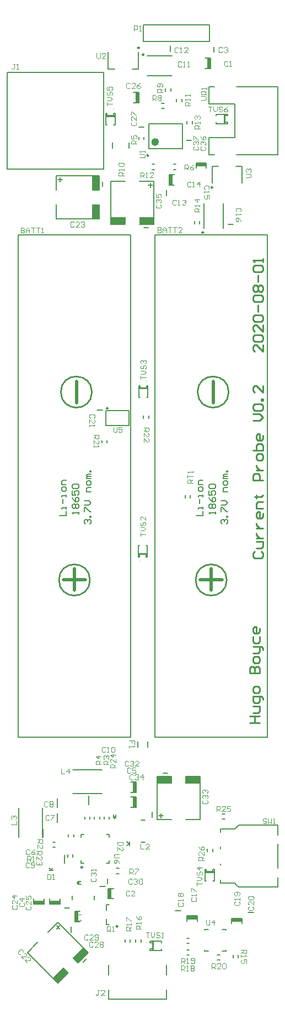
<source format=gto>
G04*
G04 #@! TF.GenerationSoftware,Altium Limited,Altium Designer,20.2.7 (254)*
G04*
G04 Layer_Color=65535*
%FSLAX44Y44*%
%MOMM*%
G71*
G04*
G04 #@! TF.SameCoordinates,09A48B07-2891-40CF-AB4D-50A5A77D63B2*
G04*
G04*
G04 #@! TF.FilePolarity,Positive*
G04*
G01*
G75*
%ADD10C,0.1000*%
%ADD11C,0.2500*%
%ADD12C,0.6000*%
%ADD13C,0.2540*%
%ADD14C,0.1270*%
%ADD15C,0.2000*%
%ADD16C,0.5000*%
%ADD17C,0.1016*%
%ADD18R,0.5500X1.6000*%
%ADD19R,2.3000X1.1000*%
G04:AMPARAMS|DCode=20|XSize=2.3mm|YSize=1.1mm|CornerRadius=0mm|HoleSize=0mm|Usage=FLASHONLY|Rotation=45.000|XOffset=0mm|YOffset=0mm|HoleType=Round|Shape=Rectangle|*
%AMROTATEDRECTD20*
4,1,4,-0.4243,-1.2021,-1.2021,-0.4243,0.4243,1.2021,1.2021,0.4243,-0.4243,-1.2021,0.0*
%
%ADD20ROTATEDRECTD20*%

%ADD21R,1.6000X0.5500*%
%ADD22R,1.1000X2.3000*%
%ADD23R,1.6000X0.5500*%
D10*
X318250Y207000D02*
G03*
X318250Y207000I-500J0D01*
G01*
X346845Y1345323D02*
G03*
X346845Y1345323I-500J0D01*
G01*
X165750Y1365323D02*
G03*
X165750Y1365323I-500J0D01*
G01*
X216500Y948000D02*
G03*
X216500Y948000I-500J0D01*
G01*
X205500Y673000D02*
G03*
X205500Y673000I-500J0D01*
G01*
X215470Y88510D02*
G03*
X215470Y88510I-500J0D01*
G01*
X301410Y108900D02*
G03*
X301410Y108900I-500J0D01*
G01*
D11*
X171500Y113500D02*
G03*
X171500Y113500I-1250J0D01*
G01*
X211750Y1449000D02*
G03*
X211750Y1449000I-1250J0D01*
G01*
X218700Y1294500D02*
G03*
X218700Y1294500I-1250J0D01*
G01*
X317500Y1245500D02*
G03*
X317500Y1245500I-1250J0D01*
G01*
X204750Y1459500D02*
G03*
X204750Y1459500I-1250J0D01*
G01*
X303250Y1176500D02*
G03*
X303250Y1176500I-1250J0D01*
G01*
X117500Y204000D02*
G03*
X117500Y204000I-1250J0D01*
G01*
D12*
X232000Y1315000D02*
G03*
X232000Y1315000I-3000J0D01*
G01*
D13*
X338854Y644000D02*
G03*
X338854Y644000I-23854J0D01*
G01*
X341854Y932000D02*
G03*
X341854Y932000I-23854J0D01*
G01*
X128854Y644000D02*
G03*
X128854Y644000I-23854J0D01*
G01*
X131854Y932000D02*
G03*
X131854Y932000I-23854J0D01*
G01*
X156531Y907050D02*
G03*
X156531Y907050I-1031J0D01*
G01*
X394460Y1004697D02*
Y994540D01*
X384303Y1004697D01*
X381764D01*
X379225Y1002158D01*
Y997079D01*
X381764Y994540D01*
Y1009775D02*
X379225Y1012314D01*
Y1017393D01*
X381764Y1019932D01*
X391921D01*
X394460Y1017393D01*
Y1012314D01*
X391921Y1009775D01*
X381764D01*
X394460Y1035167D02*
Y1025010D01*
X384303Y1035167D01*
X381764D01*
X379225Y1032628D01*
Y1027549D01*
X381764Y1025010D01*
Y1040245D02*
X379225Y1042784D01*
Y1047863D01*
X381764Y1050402D01*
X391921D01*
X394460Y1047863D01*
Y1042784D01*
X391921Y1040245D01*
X381764D01*
X386842Y1055480D02*
Y1065637D01*
X381764Y1070715D02*
X379225Y1073254D01*
Y1078333D01*
X381764Y1080872D01*
X391921D01*
X394460Y1078333D01*
Y1073254D01*
X391921Y1070715D01*
X381764D01*
Y1085950D02*
X379225Y1088490D01*
Y1093568D01*
X381764Y1096107D01*
X384303D01*
X386842Y1093568D01*
X389382Y1096107D01*
X391921D01*
X394460Y1093568D01*
Y1088490D01*
X391921Y1085950D01*
X389382D01*
X386842Y1088490D01*
X384303Y1085950D01*
X381764D01*
X386842Y1088490D02*
Y1093568D01*
Y1101186D02*
Y1111342D01*
X381764Y1116421D02*
X379225Y1118960D01*
Y1124038D01*
X381764Y1126577D01*
X391921D01*
X394460Y1124038D01*
Y1118960D01*
X391921Y1116421D01*
X381764D01*
X394460Y1131656D02*
Y1136734D01*
Y1134195D01*
X379225D01*
X381764Y1131656D01*
X381764Y687697D02*
X379225Y685157D01*
Y680079D01*
X381764Y677540D01*
X391921D01*
X394460Y680079D01*
Y685157D01*
X391921Y687697D01*
X384303Y692775D02*
X391921D01*
X394460Y695314D01*
Y702932D01*
X384303D01*
Y708010D02*
X394460D01*
X389382D01*
X386842Y710549D01*
X384303Y713089D01*
Y715628D01*
Y723245D02*
X394460D01*
X389382D01*
X386842Y725784D01*
X384303Y728324D01*
Y730863D01*
X394460Y746098D02*
Y741020D01*
X391921Y738480D01*
X386842D01*
X384303Y741020D01*
Y746098D01*
X386842Y748637D01*
X389382D01*
Y738480D01*
X394460Y753715D02*
X384303D01*
Y761333D01*
X386842Y763872D01*
X394460D01*
X381764Y771490D02*
X384303D01*
Y768950D01*
Y774029D01*
Y771490D01*
X391921D01*
X394460Y774029D01*
Y796881D02*
X379225D01*
Y804499D01*
X381764Y807038D01*
X386842D01*
X389382Y804499D01*
Y796881D01*
X384303Y812116D02*
X394460D01*
X389382D01*
X386842Y814656D01*
X384303Y817195D01*
Y819734D01*
X394460Y829891D02*
Y834969D01*
X391921Y837508D01*
X386842D01*
X384303Y834969D01*
Y829891D01*
X386842Y827352D01*
X391921D01*
X394460Y829891D01*
X379225Y842587D02*
X394460D01*
Y850204D01*
X391921Y852743D01*
X389382D01*
X386842D01*
X384303Y850204D01*
Y842587D01*
X394460Y865439D02*
Y860361D01*
X391921Y857822D01*
X386842D01*
X384303Y860361D01*
Y865439D01*
X386842Y867978D01*
X389382D01*
Y857822D01*
X379225Y888292D02*
X389382D01*
X394460Y893370D01*
X389382Y898448D01*
X379225D01*
X381764Y903527D02*
X379225Y906066D01*
Y911144D01*
X381764Y913684D01*
X391921D01*
X394460Y911144D01*
Y906066D01*
X391921Y903527D01*
X381764D01*
X394460Y918762D02*
X391921D01*
Y921301D01*
X394460D01*
Y918762D01*
Y941615D02*
Y931458D01*
X384303Y941615D01*
X381764D01*
X379225Y939075D01*
Y933997D01*
X381764Y931458D01*
X374147Y425540D02*
X389382D01*
X381764D01*
Y435697D01*
X374147D01*
X389382D01*
X379225Y440775D02*
X386842D01*
X389382Y443314D01*
Y450932D01*
X379225D01*
X394460Y461088D02*
Y463628D01*
X391921Y466167D01*
X379225D01*
Y458549D01*
X381764Y456010D01*
X386842D01*
X389382Y458549D01*
Y466167D01*
Y473784D02*
Y478863D01*
X386842Y481402D01*
X381764D01*
X379225Y478863D01*
Y473784D01*
X381764Y471245D01*
X386842D01*
X389382Y473784D01*
X374147Y501715D02*
X389382D01*
Y509333D01*
X386842Y511872D01*
X384303D01*
X381764Y509333D01*
Y501715D01*
Y509333D01*
X379225Y511872D01*
X376686D01*
X374147Y509333D01*
Y501715D01*
X389382Y519490D02*
Y524568D01*
X386842Y527107D01*
X381764D01*
X379225Y524568D01*
Y519490D01*
X381764Y516950D01*
X386842D01*
X389382Y519490D01*
X379225Y532186D02*
X386842D01*
X389382Y534725D01*
Y542342D01*
X391921D01*
X394460Y539803D01*
Y537264D01*
X389382Y542342D02*
X379225D01*
Y557577D02*
Y549960D01*
X381764Y547421D01*
X386842D01*
X389382Y549960D01*
Y557577D01*
Y570273D02*
Y565195D01*
X386842Y562656D01*
X381764D01*
X379225Y565195D01*
Y570273D01*
X381764Y572812D01*
X384303D01*
Y562656D01*
D14*
X1750Y1409700D02*
Y1421700D01*
X149750D01*
Y1273700D02*
Y1421700D01*
X1750Y1273700D02*
X149750D01*
X1750D02*
Y1409700D01*
X232000Y277000D02*
Y343000D01*
X254000D01*
X276000D02*
X298000D01*
Y277000D02*
Y343000D01*
X276000Y277000D02*
X298000D01*
X232000D02*
X254000D01*
X417000Y253390D02*
Y268390D01*
X329000Y257390D02*
Y262390D01*
X417000Y202390D02*
Y239390D01*
Y173390D02*
Y188390D01*
X329000Y179390D02*
Y184390D01*
X395000Y173390D02*
X417000D01*
X329000Y179390D02*
X351000D01*
X357000Y173390D02*
X395000D01*
X353000Y177390D02*
X357000Y173390D01*
X351000Y179390D02*
X353000Y177390D01*
X354000Y265390D02*
X357000Y268390D01*
X417000D01*
X351000Y262390D02*
X354000Y265390D01*
X329000Y262390D02*
X351000D01*
X329000Y232390D02*
Y235390D01*
Y207390D02*
Y209390D01*
X79750Y119919D02*
X126419Y73250D01*
X110863Y57694D02*
X126419Y73250D01*
X79750Y26581D02*
X95306Y42137D01*
X33081Y73250D02*
X79750Y26581D01*
X33081Y73250D02*
X48637Y88806D01*
X64194Y104363D02*
X79750Y119919D01*
X19300Y250000D02*
Y295000D01*
X55700Y250000D02*
Y295000D01*
X102500Y316800D02*
X147500D01*
X102500Y353200D02*
X147500D01*
X417220Y1295171D02*
Y1398500D01*
X405220Y1399500D02*
X416220D01*
X417220Y1398500D01*
X354220Y1399500D02*
X405220D01*
X311220Y1373500D02*
Y1399500D01*
X320220D01*
X354220Y1295171D02*
X417220D01*
X311220D02*
Y1321500D01*
Y1295171D02*
X320220D01*
X311220Y1373500D02*
X351220D01*
Y1321500D02*
Y1373500D01*
X311220Y1321500D02*
X351220D01*
X77000Y1262956D02*
X143000D01*
Y1240956D02*
Y1262956D01*
Y1196956D02*
Y1218956D01*
X77000Y1196956D02*
X143000D01*
X77000D02*
Y1218956D01*
Y1240956D02*
Y1262956D01*
X227250Y1189074D02*
Y1255074D01*
X205250Y1189074D02*
X227250D01*
X161250D02*
X183250D01*
X161250D02*
Y1255074D01*
X183250D01*
X205250D02*
X227250D01*
X229000Y403000D02*
X401000D01*
Y1173000D01*
X229000D02*
X401000D01*
X229000Y403000D02*
Y1173000D01*
X19000Y403000D02*
X191000D01*
Y1173000D01*
X19000D02*
X191000D01*
X19000Y403000D02*
Y1173000D01*
X188750Y880500D02*
Y903750D01*
X153000D02*
X188750D01*
X153000Y880500D02*
Y903750D01*
Y880500D02*
X188750D01*
X207750Y242500D02*
X213750D01*
X207750Y276500D02*
X213750D01*
X135750Y154500D02*
Y160500D01*
X101750Y154500D02*
Y160500D01*
X157250Y1730D02*
Y16030D01*
Y39430D02*
Y54030D01*
X246650Y1730D02*
Y16030D01*
Y39430D02*
Y54030D01*
X157250Y1730D02*
X246650D01*
X168750Y284500D02*
Y280501D01*
X166751Y278502D01*
X164751Y280501D01*
Y284500D01*
Y281501D01*
X168750D01*
X189500Y236851D02*
Y242849D01*
Y240849D01*
X185501Y236851D01*
X188500Y239850D01*
X185501Y242849D01*
X248000Y347922D02*
X241229D01*
X241000Y282922D02*
X234229D01*
X237614Y279536D02*
Y286307D01*
X118586Y58456D02*
X123373Y63244D01*
X77573Y109368D02*
X82361Y114156D01*
X77573Y114156D02*
X82361Y109368D01*
X147922Y1246956D02*
Y1253727D01*
X82922Y1253956D02*
Y1260727D01*
X79536Y1257341D02*
X86307D01*
X211250Y1184152D02*
X218021D01*
X218250Y1249152D02*
X225021D01*
X221636Y1252538D02*
Y1245766D01*
X291843Y743000D02*
X302000D01*
Y749771D01*
Y753157D02*
Y756542D01*
Y754849D01*
X295229D01*
Y753157D01*
X296922Y761621D02*
Y768392D01*
X302000Y771777D02*
Y775163D01*
Y773470D01*
X295229D01*
Y771777D01*
X302000Y781934D02*
Y785320D01*
X300307Y787012D01*
X296922D01*
X295229Y785320D01*
Y781934D01*
X296922Y780241D01*
X300307D01*
X302000Y781934D01*
Y790398D02*
X295229D01*
Y795476D01*
X296922Y797169D01*
X302000D01*
X322000Y745000D02*
Y748386D01*
Y746693D01*
X311843D01*
X313536Y745000D01*
Y753464D02*
X311843Y755157D01*
Y758542D01*
X313536Y760235D01*
X315229D01*
X316922Y758542D01*
X318614Y760235D01*
X320307D01*
X322000Y758542D01*
Y755157D01*
X320307Y753464D01*
X318614D01*
X316922Y755157D01*
X315229Y753464D01*
X313536D01*
X316922Y755157D02*
Y758542D01*
X311843Y770392D02*
X313536Y767006D01*
X316922Y763621D01*
X320307D01*
X322000Y765313D01*
Y768699D01*
X320307Y770392D01*
X318614D01*
X316922Y768699D01*
Y763621D01*
X311843Y780548D02*
Y773777D01*
X316922D01*
X315229Y777163D01*
Y778856D01*
X316922Y780548D01*
X320307D01*
X322000Y778856D01*
Y775470D01*
X320307Y773777D01*
X313536Y783934D02*
X311843Y785627D01*
Y789013D01*
X313536Y790705D01*
X320307D01*
X322000Y789013D01*
Y785627D01*
X320307Y783934D01*
X313536D01*
X331536Y730000D02*
X329843Y731693D01*
Y735078D01*
X331536Y736771D01*
X333229D01*
X334922Y735078D01*
Y733386D01*
Y735078D01*
X336614Y736771D01*
X338307D01*
X340000Y735078D01*
Y731693D01*
X338307Y730000D01*
X340000Y740157D02*
X338307D01*
Y741850D01*
X340000D01*
Y740157D01*
X329843Y748621D02*
Y755392D01*
X331536D01*
X338307Y748621D01*
X340000D01*
X329843Y758777D02*
X336614D01*
X340000Y762163D01*
X336614Y765548D01*
X329843D01*
X340000Y779091D02*
X333229D01*
Y784169D01*
X334922Y785862D01*
X340000D01*
Y790940D02*
Y794326D01*
X338307Y796019D01*
X334922D01*
X333229Y794326D01*
Y790940D01*
X334922Y789248D01*
X338307D01*
X340000Y790940D01*
Y799404D02*
X333229D01*
Y801097D01*
X334922Y802790D01*
X340000D01*
X334922D01*
X333229Y804483D01*
X334922Y806175D01*
X340000D01*
Y809561D02*
X338307D01*
Y811254D01*
X340000D01*
Y809561D01*
X81843Y743000D02*
X92000D01*
Y749771D01*
Y753157D02*
Y756542D01*
Y754849D01*
X85229D01*
Y753157D01*
X86922Y761621D02*
Y768392D01*
X92000Y771777D02*
Y775163D01*
Y773470D01*
X85229D01*
Y771777D01*
X92000Y781934D02*
Y785320D01*
X90307Y787012D01*
X86922D01*
X85229Y785320D01*
Y781934D01*
X86922Y780241D01*
X90307D01*
X92000Y781934D01*
Y790398D02*
X85229D01*
Y795476D01*
X86922Y797169D01*
X92000D01*
X112000Y745000D02*
Y748386D01*
Y746693D01*
X101843D01*
X103536Y745000D01*
Y753464D02*
X101843Y755157D01*
Y758542D01*
X103536Y760235D01*
X105229D01*
X106922Y758542D01*
X108614Y760235D01*
X110307D01*
X112000Y758542D01*
Y755157D01*
X110307Y753464D01*
X108614D01*
X106922Y755157D01*
X105229Y753464D01*
X103536D01*
X106922Y755157D02*
Y758542D01*
X101843Y770392D02*
X103536Y767006D01*
X106922Y763621D01*
X110307D01*
X112000Y765313D01*
Y768699D01*
X110307Y770392D01*
X108614D01*
X106922Y768699D01*
Y763621D01*
X101843Y780548D02*
Y773777D01*
X106922D01*
X105229Y777163D01*
Y778856D01*
X106922Y780548D01*
X110307D01*
X112000Y778856D01*
Y775470D01*
X110307Y773777D01*
X103536Y783934D02*
X101843Y785627D01*
Y789013D01*
X103536Y790705D01*
X110307D01*
X112000Y789013D01*
Y785627D01*
X110307Y783934D01*
X103536D01*
X121536Y730000D02*
X119843Y731693D01*
Y735078D01*
X121536Y736771D01*
X123229D01*
X124922Y735078D01*
Y733386D01*
Y735078D01*
X126615Y736771D01*
X128307D01*
X130000Y735078D01*
Y731693D01*
X128307Y730000D01*
X130000Y740157D02*
X128307D01*
Y741850D01*
X130000D01*
Y740157D01*
X119843Y748621D02*
Y755392D01*
X121536D01*
X128307Y748621D01*
X130000D01*
X119843Y758777D02*
X126615D01*
X130000Y762163D01*
X126615Y765548D01*
X119843D01*
X130000Y779091D02*
X123229D01*
Y784169D01*
X124922Y785862D01*
X130000D01*
Y790940D02*
Y794326D01*
X128307Y796019D01*
X124922D01*
X123229Y794326D01*
Y790940D01*
X124922Y789248D01*
X128307D01*
X130000Y790940D01*
Y799404D02*
X123229D01*
Y801097D01*
X124922Y802790D01*
X130000D01*
X124922D01*
X123229Y804483D01*
X124922Y806175D01*
X130000D01*
Y809561D02*
X128307D01*
Y811254D01*
X130000D01*
Y809561D01*
X115000Y177750D02*
X111001D01*
X109002Y179749D01*
X111001Y181749D01*
X115000D01*
X112001D01*
Y177750D01*
X66252Y198750D02*
X72250D01*
X70251D01*
X66252Y202749D01*
X69251Y199750D01*
X72250Y202749D01*
D15*
X143750Y277500D02*
Y281500D01*
X135750Y277500D02*
Y281500D01*
X150750Y277500D02*
Y281500D01*
X158750Y277500D02*
Y281500D01*
X191750Y318500D02*
X199750D01*
X191750Y334500D02*
X199750D01*
Y318500D02*
Y334500D01*
X224750Y280500D02*
Y288500D01*
X191750Y295500D02*
X199750D01*
X191750Y311500D02*
X199750D01*
Y295500D02*
Y311500D01*
X126750Y300000D02*
Y313000D01*
X128750Y277500D02*
Y281500D01*
X120750Y277500D02*
Y281500D01*
X332250Y285500D02*
X336250D01*
X332250Y277500D02*
X336250D01*
X309250Y228000D02*
Y232000D01*
X317250Y228000D02*
Y232000D01*
X319750Y183000D02*
Y201000D01*
X305750Y183000D02*
Y201000D01*
X317750D02*
X319750D01*
X317750Y183000D02*
X319750D01*
X305750Y201000D02*
X307750D01*
X305750Y183000D02*
X307750D01*
X305750Y197000D02*
X319750D01*
X307750D02*
Y201000D01*
X317750Y197000D02*
Y201000D01*
X305750Y196000D02*
X319750D01*
X169500Y194250D02*
X173500D01*
X169500Y202250D02*
X173500D01*
X144000Y174750D02*
X152000D01*
X155500Y178500D02*
Y186500D01*
X156750Y171500D02*
X164750D01*
X156750Y155500D02*
X164750D01*
X156750D02*
Y171500D01*
X153750Y116500D02*
X158750D01*
X153750D02*
Y124500D01*
Y146500D02*
X158750D01*
X153750Y138500D02*
Y146500D01*
X99750Y104500D02*
Y112500D01*
X105750Y136500D02*
X113750D01*
X105750Y120500D02*
X113750D01*
X105750D02*
Y136500D01*
X89750Y141500D02*
X97750D01*
X66750Y147500D02*
Y155500D01*
X82750Y147500D02*
Y155500D01*
X66750Y147500D02*
X82750D01*
X42750D02*
Y155500D01*
X58750Y147500D02*
Y155500D01*
X42750Y147500D02*
X58750D01*
X78750Y296000D02*
Y309000D01*
Y273000D02*
Y286000D01*
X102750Y219500D02*
Y223500D01*
X94750Y219500D02*
Y223500D01*
X71750Y242500D02*
X75750D01*
X71750Y234500D02*
X75750D01*
X335345Y1343324D02*
Y1357323D01*
X336345Y1345323D02*
X340345D01*
X336345Y1355323D02*
X340345D01*
X336345Y1343324D02*
Y1357323D01*
X322345Y1355323D02*
Y1357323D01*
X340345Y1355323D02*
Y1357323D01*
X322345Y1343324D02*
Y1345323D01*
X340345Y1343324D02*
Y1345323D01*
X322345Y1357323D02*
X340345D01*
X322345Y1343324D02*
X340345D01*
X319000Y1453000D02*
Y1461000D01*
X306000Y1428000D02*
X314000D01*
X306000Y1444000D02*
X314000D01*
Y1428000D02*
Y1444000D01*
X252000Y1454000D02*
Y1462000D01*
X217000Y1417000D02*
X255000D01*
X217000Y1447000D02*
X255000D01*
X253000Y1392730D02*
Y1396730D01*
X245000Y1392730D02*
Y1396730D01*
X239000Y1374500D02*
X243000D01*
X239000Y1366500D02*
X243000D01*
X286000Y1343000D02*
Y1347000D01*
X278000Y1343000D02*
Y1347000D01*
X307750Y1275000D02*
Y1283000D01*
X291750Y1275000D02*
Y1283000D01*
X307750D01*
X276500Y1317250D02*
X284500D01*
X271000Y1305000D02*
Y1343000D01*
X219000Y1305000D02*
Y1343000D01*
X271000D01*
X219000Y1305000D02*
X271000D01*
X204000Y1337500D02*
X212000D01*
X196000Y1375000D02*
X204000D01*
X196000Y1391000D02*
X204000D01*
Y1375000D02*
Y1391000D01*
X153250Y1354323D02*
X167250D01*
X165250Y1355323D02*
Y1359323D01*
X155250Y1355323D02*
Y1359323D01*
X153250Y1355323D02*
X167250D01*
X153250Y1341324D02*
X155250D01*
X153250Y1359323D02*
X155250D01*
X165250Y1341324D02*
X167250D01*
X165250Y1359323D02*
X167250D01*
X153250Y1341324D02*
Y1359323D01*
X167250Y1341324D02*
Y1359323D01*
X212000Y1319000D02*
Y1323000D01*
X204000Y1319000D02*
Y1323000D01*
X163750Y1306000D02*
Y1314000D01*
X188750Y1306000D02*
Y1314000D01*
X223950Y1281000D02*
X227950D01*
X223950Y1273000D02*
X227950D01*
X257000Y1273000D02*
X261000D01*
X257000Y1281000D02*
X261000D01*
X246350Y1233000D02*
Y1241000D01*
X353250Y1278000D02*
X362750D01*
Y1252000D02*
Y1278000D01*
X316750D02*
X326250D01*
X316750Y1252000D02*
Y1278000D01*
X157000Y1427000D02*
X166500D01*
X157000D02*
Y1453000D01*
X193500Y1427000D02*
X203000D01*
Y1453000D01*
X218000Y924000D02*
Y942000D01*
X204000Y924000D02*
Y942000D01*
X216000D02*
X218000D01*
X216000Y924000D02*
X218000D01*
X204000Y942000D02*
X206000D01*
X204000Y924000D02*
X206000D01*
X204000Y938000D02*
X218000D01*
X206000D02*
Y942000D01*
X216000Y938000D02*
Y942000D01*
X204000Y937000D02*
X218000D01*
X203000Y679000D02*
Y697000D01*
X217000Y679000D02*
Y697000D01*
X203000Y679000D02*
X205000D01*
X203000Y697000D02*
X205000D01*
X215000Y679000D02*
X217000D01*
X215000Y697000D02*
X217000D01*
X203000Y683000D02*
X217000D01*
X215000Y679000D02*
Y683000D01*
X205000Y679000D02*
Y683000D01*
X203000Y684000D02*
X217000D01*
X220970Y90510D02*
X238970D01*
X220970Y76510D02*
X238970D01*
X220970Y88510D02*
Y90510D01*
X238970Y88510D02*
Y90510D01*
X220970Y76510D02*
Y78510D01*
X238970Y76510D02*
Y78510D01*
X224970Y76510D02*
Y90510D01*
X220970Y78510D02*
X224970D01*
X220970Y88510D02*
X224970D01*
X225970Y76510D02*
Y90510D01*
X283000Y770000D02*
Y774000D01*
X275000Y770000D02*
Y774000D01*
X211000Y892000D02*
Y896000D01*
X219000Y892000D02*
Y896000D01*
X147000Y854000D02*
Y858000D01*
X155000Y854000D02*
Y858000D01*
X324490Y61730D02*
X328490D01*
X324490Y69730D02*
X328490D01*
X277500Y95130D02*
X281500D01*
X277500Y87130D02*
X281500D01*
X277500Y77350D02*
X281500D01*
X277500Y69350D02*
X281500D01*
X190790Y89130D02*
Y93130D01*
X182790Y89130D02*
Y93130D01*
X207300Y89130D02*
Y93130D01*
X199300Y89130D02*
Y93130D01*
X348500Y65500D02*
Y69500D01*
X356500Y65500D02*
Y69500D01*
X289250Y1190000D02*
Y1194000D01*
X297250Y1190000D02*
Y1194000D01*
X270000Y1377000D02*
Y1381000D01*
X262000Y1377000D02*
Y1381000D01*
X95750Y250500D02*
Y254500D01*
X103750Y250500D02*
Y254500D01*
X312100Y1469300D02*
Y1494700D01*
X210500Y1469300D02*
X312100D01*
X210500Y1494700D02*
X312100D01*
X210500Y1469300D02*
Y1494700D01*
X202000Y388000D02*
Y396000D01*
X218000Y388000D02*
Y396000D01*
X140000Y904000D02*
X148000D01*
X372020Y135070D02*
X380020D01*
X362430Y117610D02*
Y125610D01*
X346430Y117610D02*
Y125610D01*
X362430D01*
X260260Y137610D02*
X268260D01*
X293850Y121420D02*
Y129420D01*
X277850Y121420D02*
Y129420D01*
X293850D01*
X341250Y1188500D02*
X349250D01*
X334000Y1183000D02*
Y1221000D01*
X304000Y1183000D02*
Y1221000D01*
X250350Y1265000D02*
X258350D01*
X250350Y1249000D02*
X258350D01*
X250350D02*
Y1265000D01*
X89750Y210000D02*
Y223000D01*
X56750Y250000D02*
Y263000D01*
X158750Y210500D02*
Y214750D01*
X154500Y210500D02*
X158750D01*
Y250250D02*
Y254500D01*
X154500D02*
X158750D01*
X114750D02*
X119000D01*
X114750Y250250D02*
Y254500D01*
Y210500D02*
Y214750D01*
Y210500D02*
X119000D01*
X332310Y75900D02*
X337910D01*
X304910D02*
X310510D01*
X332310Y108900D02*
X337910D01*
X304910D02*
X310510D01*
X337910Y75900D02*
Y77150D01*
Y107650D02*
Y108900D01*
X304910Y75900D02*
Y77150D01*
Y107650D02*
Y108900D01*
D16*
X315008Y628000D02*
Y661323D01*
X298347Y644661D02*
X331669D01*
X318008Y915000D02*
Y948323D01*
X105008Y628000D02*
Y661323D01*
X88347Y644661D02*
X121669D01*
X108008Y915000D02*
Y948323D01*
D17*
X368253Y1260750D02*
X374917D01*
X376250Y1262083D01*
Y1264749D01*
X374917Y1266082D01*
X368253D01*
X369585Y1268747D02*
X368253Y1270080D01*
Y1272746D01*
X369585Y1274079D01*
X370918D01*
X372251Y1272746D01*
Y1271413D01*
Y1272746D01*
X373584Y1274079D01*
X374917D01*
X376250Y1272746D01*
Y1270080D01*
X374917Y1268747D01*
X139250Y1451247D02*
Y1444583D01*
X140583Y1443250D01*
X143249D01*
X144582Y1444583D01*
Y1451247D01*
X152579Y1443250D02*
X147247D01*
X152579Y1448582D01*
Y1449915D01*
X151246Y1451247D01*
X148580D01*
X147247Y1449915D01*
X160332Y107110D02*
Y112441D01*
X158999Y113774D01*
X156333D01*
X155000Y112441D01*
Y107110D01*
X156333Y105777D01*
X158999D01*
X157666Y108443D02*
X160332Y105777D01*
X158999D02*
X160332Y107110D01*
X162997Y105777D02*
X165663D01*
X164330D01*
Y113774D01*
X162997Y112441D01*
X300003Y1379750D02*
X305334D01*
X308000Y1382416D01*
X305334Y1385082D01*
X300003D01*
X308000Y1387747D02*
X300003D01*
Y1391746D01*
X301336Y1393079D01*
X304001D01*
X305334Y1391746D01*
Y1387747D01*
Y1390413D02*
X308000Y1393079D01*
Y1395745D02*
Y1398411D01*
Y1397078D01*
X300003D01*
X301336Y1395745D01*
X164750Y878247D02*
Y871583D01*
X166083Y870250D01*
X168749D01*
X170082Y871583D01*
Y878247D01*
X178079D02*
X172747D01*
Y874249D01*
X175413Y875582D01*
X176746D01*
X178079Y874249D01*
Y871583D01*
X176746Y870250D01*
X174080D01*
X172747Y871583D01*
X205003Y1291000D02*
X211667D01*
X213000Y1292333D01*
Y1294999D01*
X211667Y1296332D01*
X205003D01*
X213000Y1298997D02*
Y1301663D01*
Y1300330D01*
X205003D01*
X206336Y1298997D01*
X293003Y175750D02*
Y181082D01*
Y178416D01*
X301000D01*
X293003Y183747D02*
X298334D01*
X301000Y186413D01*
X298334Y189079D01*
X293003D01*
X294335Y197076D02*
X293003Y195744D01*
Y193078D01*
X294335Y191745D01*
X295668D01*
X297001Y193078D01*
Y195744D01*
X298334Y197076D01*
X299667D01*
X301000Y195744D01*
Y193078D01*
X299667Y191745D01*
X301000Y203741D02*
X293003D01*
X297001Y199742D01*
Y205074D01*
X206753Y951500D02*
Y956832D01*
Y954166D01*
X214750D01*
X206753Y959497D02*
X212084D01*
X214750Y962163D01*
X212084Y964829D01*
X206753D01*
X208085Y972827D02*
X206753Y971494D01*
Y968828D01*
X208085Y967495D01*
X209418D01*
X210751Y968828D01*
Y971494D01*
X212084Y972827D01*
X213417D01*
X214750Y971494D01*
Y968828D01*
X213417Y967495D01*
X208085Y975492D02*
X206753Y976825D01*
Y979491D01*
X208085Y980824D01*
X209418D01*
X210751Y979491D01*
Y978158D01*
Y979491D01*
X212084Y980824D01*
X213417D01*
X214750Y979491D01*
Y976825D01*
X213417Y975492D01*
X206253Y711500D02*
Y716832D01*
Y714166D01*
X214250D01*
X206253Y719497D02*
X211584D01*
X214250Y722163D01*
X211584Y724829D01*
X206253D01*
X207586Y732826D02*
X206253Y731494D01*
Y728828D01*
X207586Y727495D01*
X208918D01*
X210251Y728828D01*
Y731494D01*
X211584Y732826D01*
X212917D01*
X214250Y731494D01*
Y728828D01*
X212917Y727495D01*
X214250Y740824D02*
Y735492D01*
X208918Y740824D01*
X207586D01*
X206253Y739491D01*
Y736825D01*
X207586Y735492D01*
X214730Y104207D02*
X220062D01*
X217396D01*
Y96210D01*
X222727Y104207D02*
Y98876D01*
X225393Y96210D01*
X228059Y98876D01*
Y104207D01*
X236056Y102874D02*
X234724Y104207D01*
X232058D01*
X230725Y102874D01*
Y101542D01*
X232058Y100209D01*
X234724D01*
X236056Y98876D01*
Y97543D01*
X234724Y96210D01*
X232058D01*
X230725Y97543D01*
X238722Y96210D02*
X241388D01*
X240055D01*
Y104207D01*
X238722Y102874D01*
X399582Y277414D02*
X398249Y278747D01*
X395583D01*
X394250Y277414D01*
Y276082D01*
X395583Y274749D01*
X398249D01*
X399582Y273416D01*
Y272083D01*
X398249Y270750D01*
X395583D01*
X394250Y272083D01*
X402247Y278747D02*
Y270750D01*
X404913Y273416D01*
X407579Y270750D01*
Y278747D01*
X410245Y270750D02*
X412911D01*
X411578D01*
Y278747D01*
X410245Y277414D01*
X286620Y792320D02*
X278623D01*
Y796319D01*
X279956Y797652D01*
X282621D01*
X283954Y796319D01*
Y792320D01*
Y794986D02*
X286620Y797652D01*
X278623Y800317D02*
Y805649D01*
Y802983D01*
X286620D01*
Y808315D02*
Y810981D01*
Y809648D01*
X278623D01*
X279956Y808315D01*
X303750Y214250D02*
X295753D01*
Y218249D01*
X297085Y219582D01*
X299751D01*
X301084Y218249D01*
Y214250D01*
Y216916D02*
X303750Y219582D01*
Y227579D02*
Y222247D01*
X298418Y227579D01*
X297085D01*
X295753Y226246D01*
Y223580D01*
X297085Y222247D01*
X295753Y235576D02*
X297085Y232911D01*
X299751Y230245D01*
X302417D01*
X303750Y231578D01*
Y234244D01*
X302417Y235576D01*
X301084D01*
X299751Y234244D01*
Y230245D01*
X323250Y289500D02*
Y297497D01*
X327249D01*
X328582Y296164D01*
Y293499D01*
X327249Y292166D01*
X323250D01*
X325916D02*
X328582Y289500D01*
X336579D02*
X331247D01*
X336579Y294832D01*
Y296164D01*
X335246Y297497D01*
X332580D01*
X331247Y296164D01*
X344576Y297497D02*
X339245D01*
Y293499D01*
X341911Y294832D01*
X343244D01*
X344576Y293499D01*
Y290833D01*
X343244Y289500D01*
X340578D01*
X339245Y290833D01*
X168250Y356250D02*
X160253D01*
Y360249D01*
X161586Y361582D01*
X164251D01*
X165584Y360249D01*
Y356250D01*
Y358916D02*
X168250Y361582D01*
Y369579D02*
Y364247D01*
X162918Y369579D01*
X161586D01*
X160253Y368246D01*
Y365580D01*
X161586Y364247D01*
X168250Y376244D02*
X160253D01*
X164251Y372245D01*
Y377576D01*
X46750Y228500D02*
X54747D01*
Y224501D01*
X53415Y223168D01*
X50749D01*
X49416Y224501D01*
Y228500D01*
Y225834D02*
X46750Y223168D01*
Y215171D02*
Y220503D01*
X52082Y215171D01*
X53415D01*
X54747Y216504D01*
Y219170D01*
X53415Y220503D01*
Y212505D02*
X54747Y211172D01*
Y208506D01*
X53415Y207174D01*
X52082D01*
X50749Y208506D01*
Y209839D01*
Y208506D01*
X49416Y207174D01*
X48083D01*
X46750Y208506D01*
Y211172D01*
X48083Y212505D01*
X211250Y877000D02*
X219247D01*
Y873001D01*
X217915Y871668D01*
X215249D01*
X213916Y873001D01*
Y877000D01*
Y874334D02*
X211250Y871668D01*
Y863671D02*
Y869003D01*
X216582Y863671D01*
X217915D01*
X219247Y865004D01*
Y867670D01*
X217915Y869003D01*
X211250Y855674D02*
Y861005D01*
X216582Y855674D01*
X217915D01*
X219247Y857006D01*
Y859672D01*
X217915Y861005D01*
X134500Y866000D02*
X142497D01*
Y862001D01*
X141165Y860668D01*
X138499D01*
X137166Y862001D01*
Y866000D01*
Y863334D02*
X134500Y860668D01*
Y852671D02*
Y858003D01*
X139832Y852671D01*
X141165D01*
X142497Y854004D01*
Y856670D01*
X141165Y858003D01*
X134500Y850005D02*
Y847339D01*
Y848672D01*
X142497D01*
X141165Y850005D01*
X316099Y48500D02*
Y56497D01*
X320098D01*
X321430Y55164D01*
Y52499D01*
X320098Y51166D01*
X316099D01*
X318765D02*
X321430Y48500D01*
X329428D02*
X324096D01*
X329428Y53832D01*
Y55164D01*
X328095Y56497D01*
X325429D01*
X324096Y55164D01*
X332094D02*
X333427Y56497D01*
X336092D01*
X337425Y55164D01*
Y49833D01*
X336092Y48500D01*
X333427D01*
X332094Y49833D01*
Y55164D01*
X269260Y56750D02*
Y64747D01*
X273259D01*
X274592Y63415D01*
Y60749D01*
X273259Y59416D01*
X269260D01*
X271926D02*
X274592Y56750D01*
X277257D02*
X279923D01*
X278590D01*
Y64747D01*
X277257Y63415D01*
X283922Y58083D02*
X285255Y56750D01*
X287921D01*
X289254Y58083D01*
Y63415D01*
X287921Y64747D01*
X285255D01*
X283922Y63415D01*
Y62082D01*
X285255Y60749D01*
X289254D01*
X268850Y45250D02*
Y53247D01*
X272849D01*
X274182Y51915D01*
Y49249D01*
X272849Y47916D01*
X268850D01*
X271516D02*
X274182Y45250D01*
X276847D02*
X279513D01*
X278180D01*
Y53247D01*
X276847Y51915D01*
X283512D02*
X284845Y53247D01*
X287511D01*
X288843Y51915D01*
Y50582D01*
X287511Y49249D01*
X288843Y47916D01*
Y46583D01*
X287511Y45250D01*
X284845D01*
X283512Y46583D01*
Y47916D01*
X284845Y49249D01*
X283512Y50582D01*
Y51915D01*
X284845Y49249D02*
X287511D01*
X192250Y107000D02*
X184253D01*
Y110999D01*
X185585Y112332D01*
X188251D01*
X189584Y110999D01*
Y107000D01*
Y109666D02*
X192250Y112332D01*
Y114997D02*
Y117663D01*
Y116330D01*
X184253D01*
X185585Y114997D01*
X184253Y121662D02*
Y126994D01*
X185585D01*
X190917Y121662D01*
X192250D01*
X207750Y109000D02*
X199753D01*
Y112999D01*
X201085Y114332D01*
X203751D01*
X205084Y112999D01*
Y109000D01*
Y111666D02*
X207750Y114332D01*
Y116997D02*
Y119663D01*
Y118330D01*
X199753D01*
X201085Y116997D01*
X199753Y128994D02*
X201085Y126328D01*
X203751Y123662D01*
X206417D01*
X207750Y124995D01*
Y127661D01*
X206417Y128994D01*
X205084D01*
X203751Y127661D01*
Y123662D01*
X361000Y77250D02*
X368997D01*
Y73251D01*
X367664Y71918D01*
X364999D01*
X363666Y73251D01*
Y77250D01*
Y74584D02*
X361000Y71918D01*
Y69253D02*
Y66587D01*
Y67920D01*
X368997D01*
X367664Y69253D01*
X368997Y57256D02*
Y62588D01*
X364999D01*
X366332Y59922D01*
Y58589D01*
X364999Y57256D01*
X362333D01*
X361000Y58589D01*
Y61255D01*
X362333Y62588D01*
X297530Y1207920D02*
X289533D01*
Y1211918D01*
X290865Y1213251D01*
X293531D01*
X294864Y1211918D01*
Y1207920D01*
Y1210585D02*
X297530Y1213251D01*
Y1215917D02*
Y1218583D01*
Y1217250D01*
X289533D01*
X290865Y1215917D01*
X297530Y1226580D02*
X289533D01*
X293531Y1222581D01*
Y1227913D01*
X297750Y1335250D02*
X289753D01*
Y1339249D01*
X291085Y1340582D01*
X293751D01*
X295084Y1339249D01*
Y1335250D01*
Y1337916D02*
X297750Y1340582D01*
Y1343247D02*
Y1345913D01*
Y1344580D01*
X289753D01*
X291085Y1343247D01*
Y1349912D02*
X289753Y1351245D01*
Y1353911D01*
X291085Y1355244D01*
X292418D01*
X293751Y1353911D01*
Y1352578D01*
Y1353911D01*
X295084Y1355244D01*
X296417D01*
X297750Y1353911D01*
Y1351245D01*
X296417Y1349912D01*
X206250Y1260500D02*
Y1268497D01*
X210249D01*
X211582Y1267165D01*
Y1264499D01*
X210249Y1263166D01*
X206250D01*
X208916D02*
X211582Y1260500D01*
X214247D02*
X216913D01*
X215580D01*
Y1268497D01*
X214247Y1267165D01*
X226244Y1260500D02*
X220912D01*
X226244Y1265832D01*
Y1267165D01*
X224911Y1268497D01*
X222245D01*
X220912Y1267165D01*
X283000Y1370750D02*
X275003D01*
Y1374749D01*
X276336Y1376082D01*
X279001D01*
X280334Y1374749D01*
Y1370750D01*
Y1373416D02*
X283000Y1376082D01*
Y1378747D02*
Y1381413D01*
Y1380080D01*
X275003D01*
X276336Y1378747D01*
X283000Y1385412D02*
Y1388078D01*
Y1386745D01*
X275003D01*
X276336Y1385412D01*
X181000Y1263250D02*
X173003D01*
Y1267249D01*
X174335Y1268582D01*
X177001D01*
X178334Y1267249D01*
Y1263250D01*
Y1265916D02*
X181000Y1268582D01*
Y1271247D02*
Y1273913D01*
Y1272580D01*
X173003D01*
X174335Y1271247D01*
Y1277912D02*
X173003Y1279245D01*
Y1281911D01*
X174335Y1283244D01*
X179667D01*
X181000Y1281911D01*
Y1279245D01*
X179667Y1277912D01*
X174335D01*
X240250Y1391250D02*
X232253D01*
Y1395249D01*
X233585Y1396582D01*
X236251D01*
X237584Y1395249D01*
Y1391250D01*
Y1393916D02*
X240250Y1396582D01*
X238917Y1399247D02*
X240250Y1400580D01*
Y1403246D01*
X238917Y1404579D01*
X233585D01*
X232253Y1403246D01*
Y1400580D01*
X233585Y1399247D01*
X234918D01*
X236251Y1400580D01*
Y1404579D01*
X225000Y1378750D02*
Y1386747D01*
X228999D01*
X230332Y1385414D01*
Y1382749D01*
X228999Y1381416D01*
X225000D01*
X227666D02*
X230332Y1378750D01*
X232997Y1385414D02*
X234330Y1386747D01*
X236996D01*
X238329Y1385414D01*
Y1384082D01*
X236996Y1382749D01*
X238329Y1381416D01*
Y1380083D01*
X236996Y1378750D01*
X234330D01*
X232997Y1380083D01*
Y1381416D01*
X234330Y1382749D01*
X232997Y1384082D01*
Y1385414D01*
X234330Y1382749D02*
X236996D01*
X190000Y193250D02*
Y201247D01*
X193999D01*
X195332Y199914D01*
Y197249D01*
X193999Y195916D01*
X190000D01*
X192666D02*
X195332Y193250D01*
X197997Y201247D02*
X203329D01*
Y199914D01*
X197997Y194583D01*
Y193250D01*
X274500Y1272250D02*
Y1280247D01*
X278499D01*
X279832Y1278914D01*
Y1276249D01*
X278499Y1274916D01*
X274500D01*
X277166D02*
X279832Y1272250D01*
X287829Y1280247D02*
X285163Y1278914D01*
X282497Y1276249D01*
Y1273583D01*
X283830Y1272250D01*
X286496D01*
X287829Y1273583D01*
Y1274916D01*
X286496Y1276249D01*
X282497D01*
X200500Y1312250D02*
X192503D01*
Y1316249D01*
X193836Y1317582D01*
X196501D01*
X197834Y1316249D01*
Y1312250D01*
Y1314916D02*
X200500Y1317582D01*
X192503Y1325579D02*
Y1320247D01*
X196501D01*
X195168Y1322913D01*
Y1324246D01*
X196501Y1325579D01*
X199167D01*
X200500Y1324246D01*
Y1321580D01*
X199167Y1320247D01*
X146000Y361750D02*
X138003D01*
Y365749D01*
X139335Y367082D01*
X142001D01*
X143334Y365749D01*
Y361750D01*
Y364416D02*
X146000Y367082D01*
Y373746D02*
X138003D01*
X142001Y369747D01*
Y375079D01*
X157750Y361477D02*
X149753D01*
Y365476D01*
X151086Y366809D01*
X153751D01*
X155084Y365476D01*
Y361477D01*
Y364143D02*
X157750Y366809D01*
X151086Y369475D02*
X149753Y370808D01*
Y373474D01*
X151086Y374806D01*
X152418D01*
X153751Y373474D01*
Y372141D01*
Y373474D01*
X155084Y374806D01*
X156417D01*
X157750Y373474D01*
Y370808D01*
X156417Y369475D01*
X48250Y246250D02*
X56247D01*
Y242251D01*
X54914Y240918D01*
X52249D01*
X50916Y242251D01*
Y246250D01*
Y243584D02*
X48250Y240918D01*
Y232921D02*
Y238253D01*
X53582Y232921D01*
X54914D01*
X56247Y234254D01*
Y236920D01*
X54914Y238253D01*
X32500Y213000D02*
Y220997D01*
X36499D01*
X37832Y219664D01*
Y216999D01*
X36499Y215666D01*
X32500D01*
X35166D02*
X37832Y213000D01*
X40497D02*
X43163D01*
X41830D01*
Y220997D01*
X40497Y219664D01*
X196500Y1485250D02*
Y1493247D01*
X200499D01*
X201832Y1491915D01*
Y1489249D01*
X200499Y1487916D01*
X196500D01*
X204497Y1485250D02*
X207163D01*
X205830D01*
Y1493247D01*
X204497Y1491915D01*
X84500Y354997D02*
Y347000D01*
X89832D01*
X96496D02*
Y354997D01*
X92497Y350999D01*
X97829D01*
X7753Y269250D02*
X15750D01*
Y274582D01*
X9086Y277247D02*
X7753Y278580D01*
Y281246D01*
X9086Y282579D01*
X10418D01*
X11751Y281246D01*
Y279913D01*
Y281246D01*
X13084Y282579D01*
X14417D01*
X15750Y281246D01*
Y278580D01*
X14417Y277247D01*
X206500Y239747D02*
Y231750D01*
X211832D01*
X219829D02*
X214497D01*
X219829Y237082D01*
Y238414D01*
X218496Y239747D01*
X215830D01*
X214497Y238414D01*
X114747Y131500D02*
X106750D01*
Y126168D01*
Y123503D02*
Y120837D01*
Y122170D01*
X114747D01*
X113415Y123503D01*
X143141Y15747D02*
X140476D01*
X141809D01*
Y9083D01*
X140476Y7750D01*
X139143D01*
X137810Y9083D01*
X151139Y7750D02*
X145807D01*
X151139Y13082D01*
Y14414D01*
X149806Y15747D01*
X147140D01*
X145807Y14414D01*
X13832Y1434747D02*
X11166D01*
X12499D01*
Y1428083D01*
X11166Y1426750D01*
X9833D01*
X8500Y1428083D01*
X16497Y1426750D02*
X19163D01*
X17830D01*
Y1434747D01*
X16497Y1433414D01*
X196997Y392418D02*
Y397750D01*
X192999D01*
Y395084D01*
Y397750D01*
X189000D01*
Y389753D02*
Y387087D01*
Y388420D01*
X196997D01*
X195665Y389753D01*
X179247Y242613D02*
X171250D01*
Y238614D01*
X172583Y237281D01*
X177915D01*
X179247Y238614D01*
Y242613D01*
X171250Y229284D02*
Y234616D01*
X176582Y229284D01*
X177915D01*
X179247Y230617D01*
Y233283D01*
X177915Y234616D01*
X63500Y193497D02*
Y185500D01*
X67499D01*
X68832Y186833D01*
Y192164D01*
X67499Y193497D01*
X63500D01*
X71497Y185500D02*
X74163D01*
X72830D01*
Y193497D01*
X71497Y192164D01*
X288836Y1308082D02*
X287503Y1306749D01*
Y1304083D01*
X288836Y1302750D01*
X294167D01*
X295500Y1304083D01*
Y1306749D01*
X294167Y1308082D01*
X288836Y1310747D02*
X287503Y1312080D01*
Y1314746D01*
X288836Y1316079D01*
X290168D01*
X291501Y1314746D01*
Y1313413D01*
Y1314746D01*
X292834Y1316079D01*
X294167D01*
X295500Y1314746D01*
Y1312080D01*
X294167Y1310747D01*
X287503Y1318745D02*
Y1324076D01*
X288836D01*
X294167Y1318745D01*
X295500D01*
X299835Y1307832D02*
X298503Y1306499D01*
Y1303833D01*
X299835Y1302500D01*
X305167D01*
X306500Y1303833D01*
Y1306499D01*
X305167Y1307832D01*
X299835Y1310497D02*
X298503Y1311830D01*
Y1314496D01*
X299835Y1315829D01*
X301168D01*
X302501Y1314496D01*
Y1313163D01*
Y1314496D01*
X303834Y1315829D01*
X305167D01*
X306500Y1314496D01*
Y1311830D01*
X305167Y1310497D01*
X298503Y1323826D02*
X299835Y1321161D01*
X302501Y1318495D01*
X305167D01*
X306500Y1319828D01*
Y1322494D01*
X305167Y1323826D01*
X303834D01*
X302501Y1322494D01*
Y1318495D01*
X231586Y1219332D02*
X230253Y1217999D01*
Y1215333D01*
X231586Y1214000D01*
X236917D01*
X238250Y1215333D01*
Y1217999D01*
X236917Y1219332D01*
X231586Y1221997D02*
X230253Y1223330D01*
Y1225996D01*
X231586Y1227329D01*
X232918D01*
X234251Y1225996D01*
Y1224663D01*
Y1225996D01*
X235584Y1227329D01*
X236917D01*
X238250Y1225996D01*
Y1223330D01*
X236917Y1221997D01*
X230253Y1235327D02*
Y1229995D01*
X234251D01*
X232918Y1232661D01*
Y1233994D01*
X234251Y1235327D01*
X236917D01*
X238250Y1233994D01*
Y1231328D01*
X236917Y1229995D01*
X195332Y344944D02*
X193999Y346277D01*
X191333D01*
X190000Y344944D01*
Y339613D01*
X191333Y338280D01*
X193999D01*
X195332Y339613D01*
X197997Y344944D02*
X199330Y346277D01*
X201996D01*
X203329Y344944D01*
Y343611D01*
X201996Y342279D01*
X200663D01*
X201996D01*
X203329Y340946D01*
Y339613D01*
X201996Y338280D01*
X199330D01*
X197997Y339613D01*
X209994Y338280D02*
Y346277D01*
X205995Y342279D01*
X211327D01*
X303085Y306582D02*
X301753Y305249D01*
Y302583D01*
X303085Y301250D01*
X308417D01*
X309750Y302583D01*
Y305249D01*
X308417Y306582D01*
X303085Y309247D02*
X301753Y310580D01*
Y313246D01*
X303085Y314579D01*
X304418D01*
X305751Y313246D01*
Y311913D01*
Y313246D01*
X307084Y314579D01*
X308417D01*
X309750Y313246D01*
Y310580D01*
X308417Y309247D01*
X303085Y317245D02*
X301753Y318578D01*
Y321244D01*
X303085Y322576D01*
X304418D01*
X305751Y321244D01*
Y319911D01*
Y321244D01*
X307084Y322576D01*
X308417D01*
X309750Y321244D01*
Y318578D01*
X308417Y317245D01*
X187832Y365415D02*
X186499Y366747D01*
X183833D01*
X182500Y365415D01*
Y360083D01*
X183833Y358750D01*
X186499D01*
X187832Y360083D01*
X190497Y365415D02*
X191830Y366747D01*
X194496D01*
X195829Y365415D01*
Y364082D01*
X194496Y362749D01*
X193163D01*
X194496D01*
X195829Y361416D01*
Y360083D01*
X194496Y358750D01*
X191830D01*
X190497Y360083D01*
X203826Y358750D02*
X198495D01*
X203826Y364082D01*
Y365415D01*
X202493Y366747D01*
X199828D01*
X198495Y365415D01*
X131585Y187582D02*
X130253Y186249D01*
Y183583D01*
X131585Y182250D01*
X136917D01*
X138250Y183583D01*
Y186249D01*
X136917Y187582D01*
X131585Y190247D02*
X130253Y191580D01*
Y194246D01*
X131585Y195579D01*
X132918D01*
X134251Y194246D01*
Y192913D01*
Y194246D01*
X135584Y195579D01*
X136917D01*
X138250Y194246D01*
Y191580D01*
X136917Y190247D01*
X138250Y198245D02*
Y200911D01*
Y199578D01*
X130253D01*
X131585Y198245D01*
X193332Y184664D02*
X191999Y185997D01*
X189333D01*
X188000Y184664D01*
Y179333D01*
X189333Y178000D01*
X191999D01*
X193332Y179333D01*
X195997Y184664D02*
X197330Y185997D01*
X199996D01*
X201329Y184664D01*
Y183332D01*
X199996Y181999D01*
X198663D01*
X199996D01*
X201329Y180666D01*
Y179333D01*
X199996Y178000D01*
X197330D01*
X195997Y179333D01*
X203995Y184664D02*
X205328Y185997D01*
X207994D01*
X209326Y184664D01*
Y179333D01*
X207994Y178000D01*
X205328D01*
X203995Y179333D01*
Y184664D01*
X125582Y99164D02*
X124249Y100497D01*
X121583D01*
X120250Y99164D01*
Y93833D01*
X121583Y92500D01*
X124249D01*
X125582Y93833D01*
X133579Y92500D02*
X128247D01*
X133579Y97832D01*
Y99164D01*
X132246Y100497D01*
X129580D01*
X128247Y99164D01*
X136245Y93833D02*
X137578Y92500D01*
X140244D01*
X141576Y93833D01*
Y99164D01*
X140244Y100497D01*
X137578D01*
X136245Y99164D01*
Y97832D01*
X137578Y96499D01*
X141576D01*
X133332Y88175D02*
X131999Y89507D01*
X129333D01*
X128000Y88175D01*
Y82843D01*
X129333Y81510D01*
X131999D01*
X133332Y82843D01*
X141329Y81510D02*
X135997D01*
X141329Y86842D01*
Y88175D01*
X139996Y89507D01*
X137330D01*
X135997Y88175D01*
X143995D02*
X145328Y89507D01*
X147994D01*
X149326Y88175D01*
Y86842D01*
X147994Y85509D01*
X149326Y84176D01*
Y82843D01*
X147994Y81510D01*
X145328D01*
X143995Y82843D01*
Y84176D01*
X145328Y85509D01*
X143995Y86842D01*
Y88175D01*
X145328Y85509D02*
X147994D01*
X193335Y1345582D02*
X192003Y1344249D01*
Y1341583D01*
X193335Y1340250D01*
X198667D01*
X200000Y1341583D01*
Y1344249D01*
X198667Y1345582D01*
X200000Y1353579D02*
Y1348247D01*
X194668Y1353579D01*
X193335D01*
X192003Y1352246D01*
Y1349580D01*
X193335Y1348247D01*
X192003Y1356245D02*
Y1361576D01*
X193335D01*
X198667Y1356245D01*
X200000D01*
X190332Y1403914D02*
X188999Y1405247D01*
X186333D01*
X185000Y1403914D01*
Y1398583D01*
X186333Y1397250D01*
X188999D01*
X190332Y1398583D01*
X198329Y1397250D02*
X192997D01*
X198329Y1402582D01*
Y1403914D01*
X196996Y1405247D01*
X194330D01*
X192997Y1403914D01*
X206327Y1405247D02*
X203661Y1403914D01*
X200995Y1401249D01*
Y1398583D01*
X202328Y1397250D01*
X204994D01*
X206327Y1398583D01*
Y1399916D01*
X204994Y1401249D01*
X200995D01*
X31835Y144082D02*
X30503Y142749D01*
Y140083D01*
X31835Y138750D01*
X37167D01*
X38500Y140083D01*
Y142749D01*
X37167Y144082D01*
X38500Y152079D02*
Y146747D01*
X33168Y152079D01*
X31835D01*
X30503Y150746D01*
Y148080D01*
X31835Y146747D01*
X30503Y160076D02*
Y154745D01*
X34501D01*
X33168Y157411D01*
Y158743D01*
X34501Y160076D01*
X37167D01*
X38500Y158743D01*
Y156078D01*
X37167Y154745D01*
X10336Y145582D02*
X9003Y144249D01*
Y141583D01*
X10336Y140250D01*
X15667D01*
X17000Y141583D01*
Y144249D01*
X15667Y145582D01*
X17000Y153579D02*
Y148247D01*
X11668Y153579D01*
X10336D01*
X9003Y152246D01*
Y149580D01*
X10336Y148247D01*
X17000Y160244D02*
X9003D01*
X13001Y156245D01*
Y161576D01*
X104332Y1191414D02*
X102999Y1192747D01*
X100333D01*
X99000Y1191414D01*
Y1186083D01*
X100333Y1184750D01*
X102999D01*
X104332Y1186083D01*
X112329Y1184750D02*
X106997D01*
X112329Y1190082D01*
Y1191414D01*
X110996Y1192747D01*
X108330D01*
X106997Y1191414D01*
X114995D02*
X116328Y1192747D01*
X118994D01*
X120326Y1191414D01*
Y1190082D01*
X118994Y1188749D01*
X117661D01*
X118994D01*
X120326Y1187416D01*
Y1186083D01*
X118994Y1184750D01*
X116328D01*
X114995Y1186083D01*
X25993Y73845D02*
X26014Y75730D01*
X24151Y77636D01*
X22266Y77658D01*
X18453Y73932D01*
X18432Y72047D01*
X20295Y70140D01*
X22180Y70118D01*
X26816Y63467D02*
X23090Y67280D01*
X30629Y67194D01*
X31583Y68125D01*
X31604Y70010D01*
X29741Y71917D01*
X27856Y71938D01*
X32406Y57748D02*
X28679Y61561D01*
X36219Y61474D01*
X37172Y62406D01*
X37194Y64290D01*
X35331Y66197D01*
X33446Y66219D01*
X134915Y892418D02*
X136247Y893751D01*
Y896417D01*
X134915Y897750D01*
X129583D01*
X128250Y896417D01*
Y893751D01*
X129583Y892418D01*
X128250Y884421D02*
Y889753D01*
X133582Y884421D01*
X134915D01*
X136247Y885754D01*
Y888420D01*
X134915Y889753D01*
X128250Y881755D02*
Y879089D01*
Y880422D01*
X136247D01*
X134915Y881755D01*
X373335Y143582D02*
X372003Y142249D01*
Y139583D01*
X373335Y138250D01*
X378667D01*
X380000Y139583D01*
Y142249D01*
X378667Y143582D01*
X380000Y151579D02*
Y146247D01*
X374668Y151579D01*
X373335D01*
X372003Y150246D01*
Y147580D01*
X373335Y146247D01*
Y154245D02*
X372003Y155578D01*
Y158244D01*
X373335Y159576D01*
X378667D01*
X380000Y158244D01*
Y155578D01*
X378667Y154245D01*
X373335D01*
X352085Y151082D02*
X350753Y149749D01*
Y147083D01*
X352085Y145750D01*
X357417D01*
X358750Y147083D01*
Y149749D01*
X357417Y151082D01*
X358750Y153747D02*
Y156413D01*
Y155080D01*
X350753D01*
X352085Y153747D01*
X357417Y160412D02*
X358750Y161745D01*
Y164411D01*
X357417Y165744D01*
X352085D01*
X350753Y164411D01*
Y161745D01*
X352085Y160412D01*
X353418D01*
X354751Y161745D01*
Y165744D01*
X265215Y149802D02*
X263883Y148469D01*
Y145803D01*
X265215Y144470D01*
X270547D01*
X271880Y145803D01*
Y148469D01*
X270547Y149802D01*
X271880Y152467D02*
Y155133D01*
Y153800D01*
X263883D01*
X265215Y152467D01*
Y159132D02*
X263883Y160465D01*
Y163131D01*
X265215Y164464D01*
X266548D01*
X267881Y163131D01*
X269214Y164464D01*
X270547D01*
X271880Y163131D01*
Y160465D01*
X270547Y159132D01*
X269214D01*
X267881Y160465D01*
X266548Y159132D01*
X265215D01*
X267881Y160465D02*
Y163131D01*
X285536Y157422D02*
X284203Y156089D01*
Y153423D01*
X285536Y152090D01*
X290867D01*
X292200Y153423D01*
Y156089D01*
X290867Y157422D01*
X292200Y160087D02*
Y162753D01*
Y161420D01*
X284203D01*
X285536Y160087D01*
X284203Y166752D02*
Y172084D01*
X285536D01*
X290867Y166752D01*
X292200D01*
X359414Y1207948D02*
X360747Y1209281D01*
Y1211947D01*
X359414Y1213280D01*
X354083D01*
X352750Y1211947D01*
Y1209281D01*
X354083Y1207948D01*
X352750Y1205282D02*
Y1202617D01*
Y1203950D01*
X360747D01*
X359414Y1205282D01*
X360747Y1193286D02*
X359414Y1195952D01*
X356749Y1198618D01*
X354083D01*
X352750Y1197285D01*
Y1194619D01*
X354083Y1193286D01*
X355416D01*
X356749Y1194619D01*
Y1198618D01*
X310665Y1242668D02*
X311997Y1244001D01*
Y1246667D01*
X310665Y1248000D01*
X305333D01*
X304000Y1246667D01*
Y1244001D01*
X305333Y1242668D01*
X304000Y1240003D02*
Y1237337D01*
Y1238670D01*
X311997D01*
X310665Y1240003D01*
X311997Y1228006D02*
Y1233338D01*
X307999D01*
X309332Y1230672D01*
Y1229339D01*
X307999Y1228006D01*
X305333D01*
X304000Y1229339D01*
Y1232005D01*
X305333Y1233338D01*
X283582Y1253015D02*
X282249Y1254348D01*
X279583D01*
X278250Y1253015D01*
Y1247683D01*
X279583Y1246350D01*
X282249D01*
X283582Y1247683D01*
X286247Y1246350D02*
X288913D01*
X287580D01*
Y1254348D01*
X286247Y1253015D01*
X296911Y1246350D02*
Y1254348D01*
X292912Y1250349D01*
X298244D01*
X261332Y1225164D02*
X259999Y1226497D01*
X257333D01*
X256000Y1225164D01*
Y1219833D01*
X257333Y1218500D01*
X259999D01*
X261332Y1219833D01*
X263997Y1218500D02*
X266663D01*
X265330D01*
Y1226497D01*
X263997Y1225164D01*
X270662D02*
X271995Y1226497D01*
X274661D01*
X275994Y1225164D01*
Y1223832D01*
X274661Y1222499D01*
X273328D01*
X274661D01*
X275994Y1221166D01*
Y1219833D01*
X274661Y1218500D01*
X271995D01*
X270662Y1219833D01*
X264332Y1458665D02*
X262999Y1459997D01*
X260333D01*
X259000Y1458665D01*
Y1453333D01*
X260333Y1452000D01*
X262999D01*
X264332Y1453333D01*
X266997Y1452000D02*
X269663D01*
X268330D01*
Y1459997D01*
X266997Y1458665D01*
X278993Y1452000D02*
X273662D01*
X278993Y1457332D01*
Y1458665D01*
X277661Y1459997D01*
X274995D01*
X273662Y1458665D01*
X269332Y1437164D02*
X267999Y1438497D01*
X265333D01*
X264000Y1437164D01*
Y1431833D01*
X265333Y1430500D01*
X267999D01*
X269332Y1431833D01*
X271997Y1430500D02*
X274663D01*
X273330D01*
Y1438497D01*
X271997Y1437164D01*
X278662Y1430500D02*
X281328D01*
X279995D01*
Y1438497D01*
X278662Y1437164D01*
X152332Y386665D02*
X150999Y387997D01*
X148333D01*
X147000Y386665D01*
Y381333D01*
X148333Y380000D01*
X150999D01*
X152332Y381333D01*
X154997Y380000D02*
X157663D01*
X156330D01*
Y387997D01*
X154997Y386665D01*
X161662D02*
X162995Y387997D01*
X165661D01*
X166994Y386665D01*
Y381333D01*
X165661Y380000D01*
X162995D01*
X161662Y381333D01*
Y386665D01*
X35582Y209914D02*
X34249Y211247D01*
X31583D01*
X30250Y209914D01*
Y204583D01*
X31583Y203250D01*
X34249D01*
X35582Y204583D01*
X38247D02*
X39580Y203250D01*
X42246D01*
X43579Y204583D01*
Y209914D01*
X42246Y211247D01*
X39580D01*
X38247Y209914D01*
Y208582D01*
X39580Y207249D01*
X43579D01*
X64082Y303414D02*
X62749Y304747D01*
X60083D01*
X58750Y303414D01*
Y298083D01*
X60083Y296750D01*
X62749D01*
X64082Y298083D01*
X66747Y303414D02*
X68080Y304747D01*
X70746D01*
X72079Y303414D01*
Y302082D01*
X70746Y300749D01*
X72079Y299416D01*
Y298083D01*
X70746Y296750D01*
X68080D01*
X66747Y298083D01*
Y299416D01*
X68080Y300749D01*
X66747Y302082D01*
Y303414D01*
X68080Y300749D02*
X70746D01*
X66082Y282665D02*
X64749Y283997D01*
X62083D01*
X60750Y282665D01*
Y277333D01*
X62083Y276000D01*
X64749D01*
X66082Y277333D01*
X68747Y283997D02*
X74079D01*
Y282665D01*
X68747Y277333D01*
Y276000D01*
X36070Y229914D02*
X34737Y231247D01*
X32072D01*
X30739Y229914D01*
Y224583D01*
X32072Y223250D01*
X34737D01*
X36070Y224583D01*
X44068Y231247D02*
X41402Y229914D01*
X38736Y227249D01*
Y224583D01*
X40069Y223250D01*
X42735D01*
X44068Y224583D01*
Y225916D01*
X42735Y227249D01*
X38736D01*
X191332Y354944D02*
X189999Y356277D01*
X187333D01*
X186000Y354944D01*
Y349613D01*
X187333Y348280D01*
X189999D01*
X191332Y349613D01*
X199329Y356277D02*
X193997D01*
Y352279D01*
X196663Y353611D01*
X197996D01*
X199329Y352279D01*
Y349613D01*
X197996Y348280D01*
X195330D01*
X193997Y349613D01*
X21586Y149082D02*
X20253Y147749D01*
Y145083D01*
X21586Y143750D01*
X26917D01*
X28250Y145083D01*
Y147749D01*
X26917Y149082D01*
X28250Y155746D02*
X20253D01*
X24251Y151747D01*
Y157079D01*
X332082Y1459164D02*
X330749Y1460497D01*
X328083D01*
X326750Y1459164D01*
Y1453833D01*
X328083Y1452500D01*
X330749D01*
X332082Y1453833D01*
X334747Y1459164D02*
X336080Y1460497D01*
X338746D01*
X340079Y1459164D01*
Y1457832D01*
X338746Y1456499D01*
X337413D01*
X338746D01*
X340079Y1455166D01*
Y1453833D01*
X338746Y1452500D01*
X336080D01*
X334747Y1453833D01*
X189582Y166665D02*
X188249Y167997D01*
X185583D01*
X184250Y166665D01*
Y161333D01*
X185583Y160000D01*
X188249D01*
X189582Y161333D01*
X197579Y160000D02*
X192247D01*
X197579Y165332D01*
Y166665D01*
X196246Y167997D01*
X193580D01*
X192247Y166665D01*
X340582Y1437664D02*
X339249Y1438997D01*
X336583D01*
X335250Y1437664D01*
Y1432333D01*
X336583Y1431000D01*
X339249D01*
X340582Y1432333D01*
X343247Y1431000D02*
X345913D01*
X344580D01*
Y1438997D01*
X343247Y1437664D01*
X232750Y1184497D02*
Y1176500D01*
X236749D01*
X238082Y1177833D01*
Y1179166D01*
X236749Y1180499D01*
X232750D01*
X236749D01*
X238082Y1181832D01*
Y1183165D01*
X236749Y1184497D01*
X232750D01*
X240747Y1176500D02*
Y1181832D01*
X243413Y1184497D01*
X246079Y1181832D01*
Y1176500D01*
Y1180499D01*
X240747D01*
X248745Y1184497D02*
X254076D01*
X251411D01*
Y1176500D01*
X256742Y1184497D02*
X262074D01*
X259408D01*
Y1176500D01*
X270071D02*
X264740D01*
X270071Y1181832D01*
Y1183165D01*
X268738Y1184497D01*
X266073D01*
X264740Y1183165D01*
X22500Y1183747D02*
Y1175750D01*
X26499D01*
X27832Y1177083D01*
Y1178416D01*
X26499Y1179749D01*
X22500D01*
X26499D01*
X27832Y1181082D01*
Y1182414D01*
X26499Y1183747D01*
X22500D01*
X30497Y1175750D02*
Y1181082D01*
X33163Y1183747D01*
X35829Y1181082D01*
Y1175750D01*
Y1179749D01*
X30497D01*
X38495Y1183747D02*
X43826D01*
X41161D01*
Y1175750D01*
X46492Y1183747D02*
X51824D01*
X49158D01*
Y1175750D01*
X54490D02*
X57155D01*
X55823D01*
Y1183747D01*
X54490Y1182414D01*
X173747Y223500D02*
X167083D01*
X165750Y222167D01*
Y219501D01*
X167083Y218168D01*
X173747D01*
Y210171D02*
X172414Y212837D01*
X169749Y215503D01*
X167083D01*
X165750Y214170D01*
Y211504D01*
X167083Y210171D01*
X168416D01*
X169749Y211504D01*
Y215503D01*
X307440Y123257D02*
Y116593D01*
X308773Y115260D01*
X311439D01*
X312772Y116593D01*
Y123257D01*
X319436Y115260D02*
Y123257D01*
X315437Y119259D01*
X320769D01*
X155003Y1370500D02*
Y1375832D01*
Y1373166D01*
X163000D01*
X155003Y1378497D02*
X160334D01*
X163000Y1381163D01*
X160334Y1383829D01*
X155003D01*
X156335Y1391826D02*
X155003Y1390494D01*
Y1387828D01*
X156335Y1386495D01*
X157668D01*
X159001Y1387828D01*
Y1390494D01*
X160334Y1391826D01*
X161667D01*
X163000Y1390494D01*
Y1387828D01*
X161667Y1386495D01*
X155003Y1399824D02*
Y1394492D01*
X159001D01*
X157668Y1397158D01*
Y1398491D01*
X159001Y1399824D01*
X161667D01*
X163000Y1398491D01*
Y1395825D01*
X161667Y1394492D01*
X310750Y1369247D02*
X316082D01*
X313416D01*
Y1361250D01*
X318747Y1369247D02*
Y1363916D01*
X321413Y1361250D01*
X324079Y1363916D01*
Y1369247D01*
X332076Y1367914D02*
X330744Y1369247D01*
X328078D01*
X326745Y1367914D01*
Y1366582D01*
X328078Y1365249D01*
X330744D01*
X332076Y1363916D01*
Y1362583D01*
X330744Y1361250D01*
X328078D01*
X326745Y1362583D01*
X340074Y1369247D02*
X337408Y1367914D01*
X334742Y1365249D01*
Y1362583D01*
X336075Y1361250D01*
X338741D01*
X340074Y1362583D01*
Y1363916D01*
X338741Y1365249D01*
X334742D01*
D18*
X197000Y326500D02*
D03*
Y303500D02*
D03*
X159500Y163500D02*
D03*
X108500Y128500D02*
D03*
X311250Y1436000D02*
D03*
X201250Y1383000D02*
D03*
X253100Y1257000D02*
D03*
D19*
X243500Y337500D02*
D03*
X286500D02*
D03*
X215750Y1194574D02*
D03*
X172750D02*
D03*
D20*
X114398Y69007D02*
D03*
X83993Y38602D02*
D03*
D21*
X74750Y150250D02*
D03*
X50750D02*
D03*
X299750Y1280250D02*
D03*
D22*
X137500Y1251456D02*
D03*
Y1208456D02*
D03*
D23*
X354430Y122860D02*
D03*
X285850Y126670D02*
D03*
M02*

</source>
